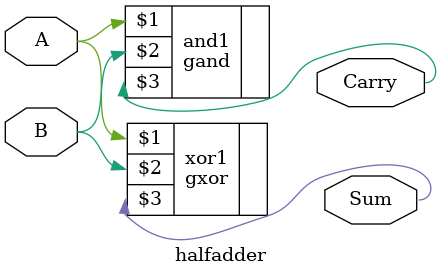
<source format=v>
`include "../../gates01/gxor.v"
`include "../../gates01/gand.v"

module halfadder(
    input A, B,
    output Sum, Carry
);

    gxor xor1 (A, B, Sum);  
    gand and1 (A, B, Carry);

endmodule

</source>
